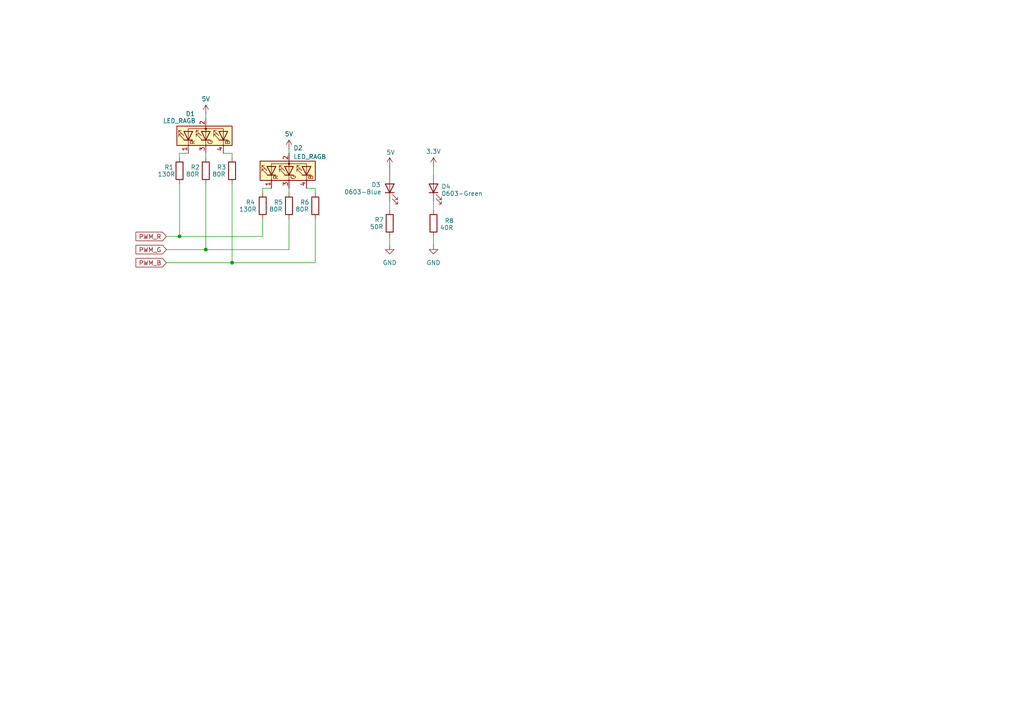
<source format=kicad_sch>
(kicad_sch (version 20231120) (generator "eeschema") (generator_version "8.0")
  (paper "A4")
  (lib_symbols
    (symbol "Device:LED_RAGB" (pin_names (offset 0) hide)
      (property "Reference" "D" (at 0 9.398 0))
      (property "Value" "LED_RAGB" (at 0 -8.89 0))
      (symbol "LED_RAGB_0_0"
        (text "B" (at -1.905 -6.35 0) (effects (font (size 1.27 1.27))))
        (text "G" (at -1.905 -1.27 0) (effects (font (size 1.27 1.27))))
        (text "R" (at -1.905 3.81 0) (effects (font (size 1.27 1.27))))
      )
      (symbol "LED_RAGB_0_1"
        (polyline (pts (xy -1.27 -5.08) (xy -2.54 -5.08)))
        (polyline (pts (xy -1.27 -5.08) (xy 1.27 -5.08)))
        (polyline (pts (xy -1.27 -3.81) (xy -1.27 -6.35)) (stroke (width 0.254)))
        (polyline (pts (xy -1.27 0) (xy -2.54 0)))
        (polyline (pts (xy -1.27 1.27) (xy -1.27 -1.27)) (stroke (width 0.254)))
        (polyline (pts (xy -1.27 5.08) (xy -2.54 5.08)))
        (polyline (pts (xy -1.27 5.08) (xy 1.27 5.08)))
        (polyline (pts (xy -1.27 6.35) (xy -1.27 3.81)) (stroke (width 0.254)))
        (polyline (pts (xy 1.27 0) (xy -1.27 0)))
        (polyline (pts (xy 1.27 0) (xy 2.54 0)))
        (polyline (pts (xy -1.27 1.27) (xy -1.27 -1.27) (xy -1.27 -1.27)))
        (polyline (pts (xy -1.27 6.35) (xy -1.27 3.81) (xy -1.27 3.81)))
        (polyline (pts (xy 1.27 -5.08) (xy 2.032 -5.08) (xy 2.032 5.08) (xy 1.27 5.08)))
        (polyline (pts (xy 1.27 -3.81) (xy 1.27 -6.35) (xy -1.27 -5.08) (xy 1.27 -3.81)) (stroke (width 0.254)))
        (polyline (pts (xy 1.27 1.27) (xy 1.27 -1.27) (xy -1.27 0) (xy 1.27 1.27)) (stroke (width 0.254)))
        (polyline (pts (xy 1.27 6.35) (xy 1.27 3.81) (xy -1.27 5.08) (xy 1.27 6.35)) (stroke (width 0.254)))
        (polyline (pts (xy -1.016 -3.81) (xy 0.508 -2.286) (xy -0.254 -2.286) (xy 0.508 -2.286) (xy 0.508 -3.048)))
        (polyline (pts (xy -1.016 1.27) (xy 0.508 2.794) (xy -0.254 2.794) (xy 0.508 2.794) (xy 0.508 2.032)))
        (polyline (pts (xy -1.016 6.35) (xy 0.508 7.874) (xy -0.254 7.874) (xy 0.508 7.874) (xy 0.508 7.112)))
        (polyline (pts (xy 0 -3.81) (xy 1.524 -2.286) (xy 0.762 -2.286) (xy 1.524 -2.286) (xy 1.524 -3.048)))
        (polyline (pts (xy 0 1.27) (xy 1.524 2.794) (xy 0.762 2.794) (xy 1.524 2.794) (xy 1.524 2.032)))
        (polyline (pts (xy 0 6.35) (xy 1.524 7.874) (xy 0.762 7.874) (xy 1.524 7.874) (xy 1.524 7.112)))
        (rectangle (start 1.27 -1.27) (end 1.27 1.27))
        (rectangle (start 1.27 1.27) (end 1.27 1.27))
        (rectangle (start 1.27 3.81) (end 1.27 6.35))
        (rectangle (start 1.27 6.35) (end 1.27 6.35))
        (circle (center 2.032 0) (radius 0.254) (fill (type outline)))
        (rectangle (start 2.794 8.382) (end -2.794 -7.62) (stroke (width 0.254)) (fill (type background)))
      )
      (symbol "LED_RAGB_1_1"
        (pin passive line (at -5.08 5.08 0) (length 2.54) (name "RK") (number "1"))
        (pin passive line (at 5.08 0 180) (length 2.54) (name "A") (number "2"))
        (pin passive line (at -5.08 0 0) (length 2.54) (name "GK") (number "3"))
        (pin passive line (at -5.08 -5.08 0) (length 2.54) (name "BK") (number "4"))
      )
    )
    (symbol "Device:R" (pin_numbers hide) (pin_names (offset 0))
      (property "Reference" "R" (at 2.032 0 90))
      (property "Value" "R" (at 0 0 90))
      (symbol "R_0_1"
        (rectangle (start -1.016 -2.54) (end 1.016 2.54) (stroke (width 0.254)))
      )
      (symbol "R_1_1"
        (pin passive line (at 0 3.81 270) (length 1.27) (name "~") (number "1"))
        (pin passive line (at 0 -3.81 90) (length 1.27) (name "~") (number "2"))
      )
    )
    (symbol "LED:IR26-21C_L110_TR8" (pin_numbers hide) (pin_names (offset 1.016) hide)
      (property "Reference" "D" (at 0 2.54 0))
      (property "Value" "IR26-21C_L110_TR8" (at 0 -3.81 0))
      (symbol "IR26-21C_L110_TR8_0_1"
        (polyline (pts (xy -1.27 -1.27) (xy -1.27 1.27)) (stroke (width 0.254)))
        (polyline (pts (xy -1.27 0) (xy 1.27 0)))
        (polyline (pts (xy 1.27 -1.27) (xy 1.27 1.27) (xy -1.27 0) (xy 1.27 -1.27)) (stroke (width 0.254)))
        (polyline (pts (xy -3.048 -0.762) (xy -4.572 -2.286) (xy -3.81 -2.286) (xy -4.572 -2.286) (xy -4.572 -1.524)))
        (polyline (pts (xy -1.778 -0.762) (xy -3.302 -2.286) (xy -2.54 -2.286) (xy -3.302 -2.286) (xy -3.302 -1.524)))
      )
      (symbol "IR26-21C_L110_TR8_1_1"
        (pin passive line (at -3.81 0 0) (length 2.54) (name "K") (number "1"))
        (pin passive line (at 3.81 0 180) (length 2.54) (name "A") (number "2"))
      )
    )
    (symbol "power:+5V" (power) (pin_numbers hide) (pin_names (offset 0) hide)
      (property "Value" "+5V" (at 0 3.556 0))
      (symbol "+5V_0_1"
        (polyline (pts (xy -0.762 1.27) (xy 0 2.54)))
        (polyline (pts (xy 0 0) (xy 0 2.54)))
        (polyline (pts (xy 0 2.54) (xy 0.762 1.27)))
      )
      (symbol "+5V_1_1"
        (pin power_in line (at 0 0 90) (length 0) (name "~") (number "1"))
      )
    )
    (symbol "power:GND" (power) (pin_numbers hide) (pin_names (offset 0) hide)
      (property "Value" "GND" (at 0 -3.81 0))
      (symbol "GND_0_1"
        (polyline (pts (xy 0 0) (xy 0 -1.27) (xy 1.27 -1.27) (xy 0 -2.54) (xy -1.27 -1.27) (xy 0 -1.27)))
      )
      (symbol "GND_1_1"
        (pin power_in line (at 0 0 270) (length 0) (name "~") (number "1"))
      )
    )
  )
  (junction (at 59.69 72.39))
  (junction (at 67.31 76.2))
  (junction (at 52.07 68.58))
  (wire (pts (xy 59.69 53.34) (xy 59.69 72.39)))
  (wire (pts (xy 48.26 68.58) (xy 52.07 68.58)))
  (wire (pts (xy 76.2 54.61) (xy 76.2 55.88)))
  (wire (pts (xy 125.73 68.58) (xy 125.73 71.12)))
  (wire (pts (xy 113.03 48.26) (xy 113.03 50.8)) (stroke (width 0) (color 0 0 255 1)))
  (wire (pts (xy 67.31 76.2) (xy 91.44 76.2)))
  (wire (pts (xy 83.82 54.61) (xy 83.82 55.88)))
  (wire (pts (xy 52.07 44.45) (xy 52.07 45.72)))
  (wire (pts (xy 67.31 44.45) (xy 67.31 45.72)))
  (wire (pts (xy 113.03 58.42) (xy 113.03 60.96)))
  (wire (pts (xy 52.07 68.58) (xy 76.2 68.58)))
  (wire (pts (xy 91.44 54.61) (xy 91.44 55.88)))
  (wire (pts (xy 59.69 72.39) (xy 48.26 72.39)))
  (wire (pts (xy 125.73 58.42) (xy 125.73 60.96)))
  (wire (pts (xy 59.69 33.02) (xy 59.69 34.29)))
  (wire (pts (xy 52.07 53.34) (xy 52.07 68.58)))
  (wire (pts (xy 52.07 44.45) (xy 54.61 44.45)))
  (wire (pts (xy 59.69 44.45) (xy 59.69 45.72)))
  (wire (pts (xy 91.44 54.61) (xy 88.9 54.61)))
  (wire (pts (xy 76.2 54.61) (xy 78.74 54.61)))
  (wire (pts (xy 83.82 43.18) (xy 83.82 44.45)))
  (wire (pts (xy 48.26 76.2) (xy 67.31 76.2)))
  (wire (pts (xy 125.73 48.26) (xy 125.73 50.8)))
  (wire (pts (xy 91.44 63.5) (xy 91.44 76.2)))
  (wire (pts (xy 59.69 72.39) (xy 83.82 72.39)))
  (wire (pts (xy 76.2 63.5) (xy 76.2 68.58)))
  (wire (pts (xy 67.31 53.34) (xy 67.31 76.2)))
  (wire (pts (xy 83.82 63.5) (xy 83.82 72.39)))
  (wire (pts (xy 113.03 68.58) (xy 113.03 71.12)))
  (wire (pts (xy 67.31 44.45) (xy 64.77 44.45)))
  (global_label "PWM_B" (shape input) (at 48.26 76.2 180) (property "Intersheetrefs" "${INTERSHEET_REFS}" (effects (hide yes))))
  (global_label "PWM_G" (shape input) (at 48.26 72.39 180) (property "Intersheetrefs" "${INTERSHEET_REFS}" (effects (hide yes))))
  (global_label "PWM_R" (shape input) (at 48.26 68.58 180) (property "Intersheetrefs" "${INTERSHEET_REFS}" (effects (hide yes))))
  (symbol (lib_id "power:+5V") (at 83.82 43.18 0) (unit 1)
    (property "Reference" "#PWR04" (effects (hide yes)))
    (property "Value" "5V" (at 83.82 38.862 0))
    (property "Description" "Power symbol creates a global label with name \"+5V\"" (effects (hide yes)))
  )
  (symbol (lib_id "Device:R") (at 52.07 49.53 180) (unit 1)
    (property "Reference" "R1" (at 49.022 48.514 0))
    (property "Value" "130R" (at 48.26 50.546 0))
    (property "Footprint" "Resistor_SMD:R_0805_2012Metric_Pad1.20x1.40mm_HandSolder" (effects (hide yes)))
    (property "Description" "Resistor" (effects (hide yes)))
  )
  (symbol (lib_id "Device:R") (at 91.44 59.69 180) (unit 1)
    (property "Reference" "R6" (at 88.392 58.674 0))
    (property "Value" "80R" (at 87.63 60.706 0))
    (property "Footprint" "Resistor_SMD:R_0805_2012Metric_Pad1.20x1.40mm_HandSolder" (effects (hide yes)))
    (property "Description" "Resistor" (effects (hide yes)))
  )
  (symbol (lib_id "power:+5V") (at 125.73 48.26 0) (unit 1)
    (property "Reference" "#PWR07" (effects (hide yes)))
    (property "Value" "3.3V" (at 125.73 43.942 0))
    (property "Description" "Power symbol creates a global label with name \"+5V\"" (effects (hide yes)))
  )
  (symbol (lib_id "Device:R") (at 76.2 59.69 180) (unit 1)
    (property "Reference" "R4" (at 72.644 58.674 0))
    (property "Value" "130R" (at 71.882 60.706 0))
    (property "Footprint" "Resistor_SMD:R_0805_2012Metric_Pad1.20x1.40mm_HandSolder" (effects (hide yes)))
    (property "Description" "Resistor" (effects (hide yes)))
  )
  (symbol (lib_id "Device:R") (at 125.73 64.77 180) (unit 1)
    (property "Reference" "R8" (at 130.302 64.008 0))
    (property "Value" "40R" (at 129.54 66.04 0))
    (property "Footprint" "Resistor_SMD:R_0805_2012Metric_Pad1.20x1.40mm_HandSolder" (effects (hide yes)))
    (property "Description" "Resistor" (effects (hide yes)))
  )
  (symbol (lib_id "Device:R") (at 83.82 59.69 180) (unit 1)
    (property "Reference" "R5" (at 80.772 58.674 0))
    (property "Value" "80R" (at 80.01 60.706 0))
    (property "Footprint" "Resistor_SMD:R_0805_2012Metric_Pad1.20x1.40mm_HandSolder" (effects (hide yes)))
    (property "Description" "Resistor" (effects (hide yes)))
  )
  (symbol (lib_id "Device:LED_RAGB") (at 59.69 39.37 90) (unit 1)
    (property "Reference" "D1" (at 53.848 33.02 90) (effects (justify right)))
    (property "Value" "LED_RAGB" (at 47.244 35.052 90) (effects (justify right)))
    (property "Footprint" "LED_THT:LED_D5.0mm-4_RGB_Wide_Pins" (effects (hide yes)))
    (property "Description" "RGB LED, red/anode/green/blue" (effects (hide yes)))
  )
  (symbol (lib_id "power:+5V") (at 59.69 33.02 0) (unit 1)
    (property "Reference" "#PWR01" (effects (hide yes)))
    (property "Value" "5V" (at 59.69 28.702 0))
    (property "Description" "Power symbol creates a global label with name \"+5V\"" (effects (hide yes)))
  )
  (symbol (lib_id "Device:R") (at 113.03 64.77 180) (unit 1)
    (property "Reference" "R7" (at 109.982 63.754 0))
    (property "Value" "50R" (at 109.22 65.786 0))
    (property "Footprint" "Resistor_SMD:R_0805_2012Metric_Pad1.20x1.40mm_HandSolder" (effects (hide yes)))
    (property "Description" "Resistor" (effects (hide yes)))
  )
  (symbol (lib_id "Device:R") (at 59.69 49.53 180) (unit 1)
    (property "Reference" "R2" (at 56.642 48.514 0))
    (property "Value" "80R" (at 55.88 50.546 0))
    (property "Footprint" "Resistor_SMD:R_0805_2012Metric_Pad1.20x1.40mm_HandSolder" (effects (hide yes)))
    (property "Description" "Resistor" (effects (hide yes)))
  )
  (symbol (lib_id "power:GND") (at 125.73 71.12 0) (unit 1)
    (property "Reference" "#PWR08" (effects (hide yes)))
    (property "Value" "GND" (at 125.73 76.2 0))
    (property "Description" "Power symbol creates a global label with name \"GND\" , ground" (effects (hide yes)))
  )
  (symbol (lib_id "Device:LED_RAGB") (at 83.82 49.53 90) (unit 1)
    (property "Reference" "D2" (at 85.09 42.926 90) (effects (justify right)))
    (property "Value" "LED_RAGB" (at 85.09 45.466 90) (effects (justify right)))
    (property "Footprint" "LED_THT:LED_D5.0mm-4_RGB_Wide_Pins" (effects (hide yes)))
    (property "Description" "RGB LED, red/anode/green/blue" (effects (hide yes)))
  )
  (symbol (lib_id "LED:IR26-21C_L110_TR8") (at 125.73 54.61 90) (unit 1)
    (property "Reference" "D4" (at 128.016 54.102 90) (effects (justify right)))
    (property "Value" "0603-Green" (at 128.016 56.134 90) (effects (justify right)))
    (property "Footprint" "LED_SMD:LED_0805_2012Metric_Pad1.15x1.40mm_HandSolder" (effects (hide yes)))
    (property "Datasheet" "http://www.everlight.com/file/ProductFile/IR26-21C-L110-TR8.pdf" (effects (hide yes)))
    (property "Description" "940nm, 20 deg, Infrared LED, 1206" (effects (hide yes)))
  )
  (symbol (lib_id "LED:IR26-21C_L110_TR8") (at 113.03 54.61 90) (unit 1)
    (property "Reference" "D3" (at 107.696 53.594 90) (effects (justify right)))
    (property "Value" "0603-Blue" (at 99.822 55.6894 90) (effects (justify right)))
    (property "Footprint" "LED_SMD:LED_0805_2012Metric_Pad1.15x1.40mm_HandSolder" (effects (hide yes)))
    (property "Datasheet" "http://www.everlight.com/file/ProductFile/IR26-21C-L110-TR8.pdf" (effects (hide yes)))
    (property "Description" "940nm, 20 deg, Infrared LED, 1206" (effects (hide yes)))
  )
  (symbol (lib_id "Device:R") (at 67.31 49.53 180) (unit 1)
    (property "Reference" "R3" (at 64.262 48.514 0))
    (property "Value" "80R" (at 63.5 50.546 0))
    (property "Footprint" "Resistor_SMD:R_0805_2012Metric_Pad1.20x1.40mm_HandSolder" (effects (hide yes)))
    (property "Description" "Resistor" (effects (hide yes)))
  )
  (symbol (lib_id "power:+5V") (at 113.03 48.26 0) (unit 1)
    (property "Reference" "#PWR05" (effects (hide yes)))
    (property "Value" "5V" (at 113.284 44.196 0))
    (property "Description" "Power symbol creates a global label with name \"+5V\"" (effects (hide yes)))
  )
  (symbol (lib_id "power:GND") (at 113.03 71.12 0) (unit 1)
    (property "Reference" "#PWR06" (effects (hide yes)))
    (property "Value" "GND" (at 113.03 76.2 0))
    (property "Description" "Power symbol creates a global label with name \"GND\" , ground" (effects (hide yes)))
  )
)
</source>
